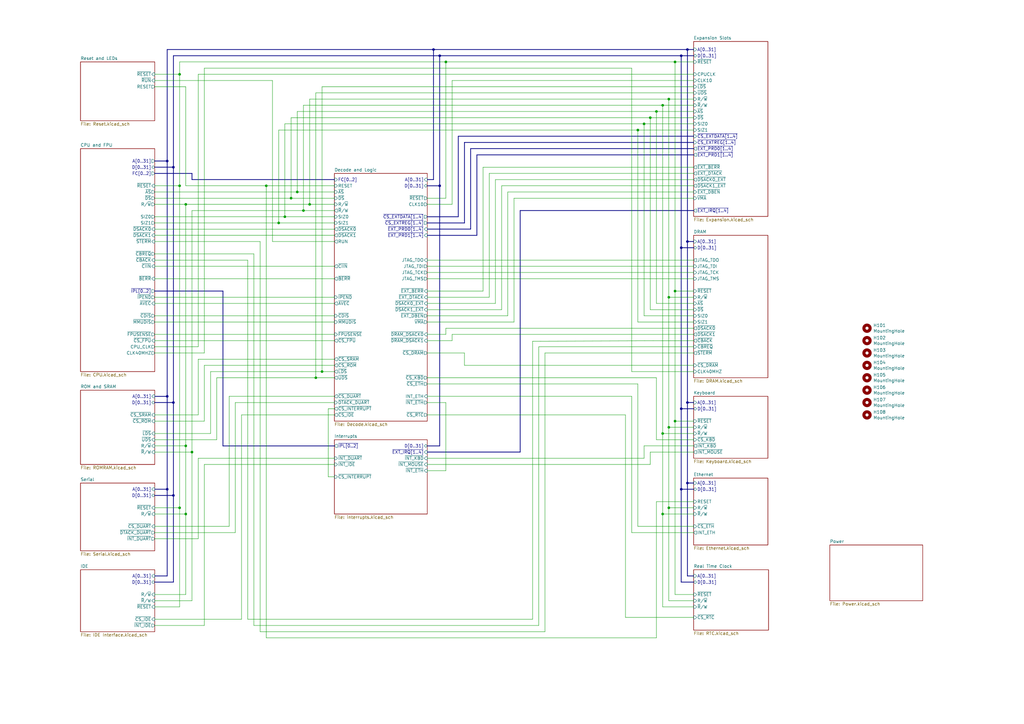
<source format=kicad_sch>
(kicad_sch (version 20211123) (generator eeschema)
  (paper "A3")
  (title_block (title "Y Ddraig Fawr") (company "Stephen Moody"))
  (lib_symbols
    (symbol "Mechanical:MountingHole" (pin_names (offset 1.016))
      (property "Reference" "H" (at 0 5.08 0))
      (property "Value" "MountingHole" (at 0 3.175 0))
      (symbol "MountingHole_0_1"
        (circle (center 0 0) (radius 1.27) (stroke (width 1.27)))
      )
    )
  )
  (junction (at 269.24 45.72))
  (junction (at 279.4 200.66))
  (junction (at 274.32 208.28))
  (junction (at 121.92 78.74))
  (junction (at 71.12 165.1))
  (junction (at 274.32 40.64))
  (junction (at 109.22 76.2))
  (junction (at 116.84 88.9))
  (junction (at 76.2 210.82))
  (junction (at 261.62 53.34))
  (junction (at 271.78 43.18))
  (junction (at 281.94 198.12))
  (junction (at 279.4 22.86))
  (junction (at 271.78 210.82))
  (junction (at 129.54 154.94))
  (junction (at 271.78 177.8))
  (junction (at 281.94 99.06))
  (junction (at 68.58 162.56))
  (junction (at 78.74 185.42))
  (junction (at 73.66 208.28))
  (junction (at 71.12 203.2))
  (junction (at 279.4 167.64))
  (junction (at 119.38 81.28))
  (junction (at 281.94 20.32))
  (junction (at 114.3 91.44))
  (junction (at 68.58 66.04))
  (junction (at 182.88 25.4))
  (junction (at 281.94 165.1))
  (junction (at 76.2 182.88))
  (junction (at 73.66 76.2))
  (junction (at 180.34 22.86))
  (junction (at 180.34 76.2))
  (junction (at 71.12 68.58))
  (junction (at 264.16 50.8))
  (junction (at 127 83.82))
  (junction (at 274.32 121.92))
  (junction (at 274.32 175.26))
  (junction (at 279.4 101.6))
  (junction (at 177.8 20.32))
  (junction (at 68.58 200.66))
  (junction (at 276.86 119.38))
  (junction (at 76.2 83.82))
  (junction (at 266.7 48.26))
  (junction (at 73.66 30.48))
  (junction (at 124.46 86.36))
  (junction (at 132.08 152.4))
  (junction (at 276.86 25.4))
  (junction (at 276.86 172.72))
  (wire (pts (xy 205.74 76.2) (xy 205.74 127)))
  (wire (pts (xy 182.88 193.04) (xy 175.26 193.04)))
  (wire (pts (xy 106.68 259.08) (xy 106.68 99.06)))
  (wire (pts (xy 73.66 208.28) (xy 73.66 248.92)))
  (wire (pts (xy 271.78 177.8) (xy 271.78 210.82)))
  (wire (pts (xy 96.52 218.44) (xy 96.52 165.1)))
  (bus (pts (xy 281.94 165.1) (xy 281.94 198.12)))
  (bus (pts (xy 284.48 60.96) (xy 193.04 60.96)))
  (wire (pts (xy 76.2 35.56) (xy 63.5 35.56)))
  (wire (pts (xy 63.5 129.54) (xy 137.16 129.54)))
  (wire (pts (xy 86.36 152.4) (xy 86.36 177.8)))
  (wire (pts (xy 137.16 152.4) (xy 132.08 152.4)))
  (wire (pts (xy 208.28 129.54) (xy 208.28 78.74)))
  (bus (pts (xy 180.34 22.86) (xy 180.34 76.2)))
  (wire (pts (xy 83.82 144.78) (xy 83.82 27.94)))
  (bus (pts (xy 279.4 200.66) (xy 284.48 200.66)))
  (wire (pts (xy 269.24 205.74) (xy 284.48 205.74)))
  (wire (pts (xy 114.3 91.44) (xy 137.414 91.44)))
  (bus (pts (xy 175.26 76.2) (xy 180.34 76.2)))
  (bus (pts (xy 175.26 182.88) (xy 180.34 182.88)))
  (bus (pts (xy 279.4 22.86) (xy 180.34 22.86)))
  (wire (pts (xy 185.42 83.82) (xy 185.42 33.02)))
  (wire (pts (xy 175.26 170.18) (xy 256.54 170.18)))
  (wire (pts (xy 256.54 170.18) (xy 256.54 253.238)))
  (wire (pts (xy 271.78 43.18) (xy 271.78 177.8)))
  (bus (pts (xy 195.58 63.5) (xy 284.48 63.5)))
  (wire (pts (xy 93.98 215.9) (xy 63.5 215.9)))
  (wire (pts (xy 276.86 243.84) (xy 284.48 243.84)))
  (bus (pts (xy 281.94 198.12) (xy 284.48 198.12)))
  (wire (pts (xy 175.26 111.76) (xy 284.48 111.76)))
  (bus (pts (xy 279.4 101.6) (xy 284.48 101.6)))
  (wire (pts (xy 63.5 76.2) (xy 73.66 76.2)))
  (wire (pts (xy 63.5 177.8) (xy 86.36 177.8)))
  (wire (pts (xy 210.82 132.08) (xy 175.26 132.08)))
  (wire (pts (xy 182.88 165.1) (xy 182.88 193.04)))
  (wire (pts (xy 63.5 254) (xy 99.06 254)))
  (wire (pts (xy 83.82 190.5) (xy 137.16 190.5)))
  (wire (pts (xy 63.5 78.74) (xy 121.92 78.74)))
  (wire (pts (xy 63.5 142.24) (xy 81.28 142.24)))
  (wire (pts (xy 132.08 35.56) (xy 132.08 152.4)))
  (wire (pts (xy 269.24 45.72) (xy 121.92 45.72)))
  (wire (pts (xy 271.78 210.82) (xy 271.78 248.92)))
  (bus (pts (xy 175.26 96.52) (xy 195.58 96.52)))
  (wire (pts (xy 271.78 43.18) (xy 284.48 43.18)))
  (wire (pts (xy 63.5 218.44) (xy 96.52 218.44)))
  (bus (pts (xy 190.5 58.42) (xy 190.5 91.44)))
  (wire (pts (xy 198.12 119.38) (xy 175.26 119.38)))
  (bus (pts (xy 63.5 165.1) (xy 71.12 165.1)))
  (wire (pts (xy 276.86 25.4) (xy 276.86 119.38)))
  (wire (pts (xy 73.66 76.2) (xy 73.66 208.28)))
  (wire (pts (xy 284.48 134.62) (xy 182.88 134.62)))
  (wire (pts (xy 264.16 187.96) (xy 264.16 182.88)))
  (wire (pts (xy 114.3 53.34) (xy 261.62 53.34)))
  (bus (pts (xy 195.58 63.5) (xy 195.58 96.52)))
  (wire (pts (xy 134.62 167.64) (xy 137.16 167.64)))
  (bus (pts (xy 281.94 20.32) (xy 281.94 99.06)))
  (wire (pts (xy 96.52 165.1) (xy 137.16 165.1)))
  (wire (pts (xy 83.82 149.86) (xy 137.16 149.86)))
  (wire (pts (xy 190.5 149.86) (xy 284.48 149.86)))
  (wire (pts (xy 109.22 261.62) (xy 269.24 261.62)))
  (wire (pts (xy 284.48 132.08) (xy 261.62 132.08)))
  (wire (pts (xy 76.2 182.88) (xy 76.2 210.82)))
  (wire (pts (xy 182.88 134.62) (xy 182.88 137.16)))
  (wire (pts (xy 264.16 50.8) (xy 264.16 129.54)))
  (wire (pts (xy 116.84 88.9) (xy 137.414 88.9)))
  (wire (pts (xy 114.3 91.44) (xy 114.3 53.34)))
  (wire (pts (xy 274.32 121.92) (xy 274.32 175.26)))
  (wire (pts (xy 175.26 114.3) (xy 284.48 114.3)))
  (wire (pts (xy 63.5 132.08) (xy 137.16 132.08)))
  (wire (pts (xy 276.86 172.72) (xy 276.86 243.84)))
  (wire (pts (xy 276.86 25.4) (xy 284.48 25.4)))
  (wire (pts (xy 63.5 256.54) (xy 83.82 256.54)))
  (bus (pts (xy 193.04 60.96) (xy 193.04 93.98)))
  (bus (pts (xy 68.58 66.04) (xy 68.58 20.32)))
  (wire (pts (xy 63.5 96.52) (xy 137.16 96.52)))
  (wire (pts (xy 182.88 25.4) (xy 182.88 81.28)))
  (wire (pts (xy 63.5 182.88) (xy 76.2 182.88)))
  (wire (pts (xy 175.26 154.94) (xy 269.24 154.94)))
  (wire (pts (xy 81.28 220.98) (xy 63.5 220.98)))
  (wire (pts (xy 198.12 68.58) (xy 198.12 119.38)))
  (wire (pts (xy 271.78 177.8) (xy 284.48 177.8)))
  (wire (pts (xy 83.82 27.94) (xy 259.08 27.94)))
  (wire (pts (xy 81.28 147.32) (xy 137.16 147.32)))
  (wire (pts (xy 274.32 40.64) (xy 274.32 121.92)))
  (wire (pts (xy 109.22 76.2) (xy 109.22 261.62)))
  (wire (pts (xy 200.66 121.92) (xy 200.66 71.12)))
  (bus (pts (xy 190.5 58.42) (xy 284.48 58.42)))
  (wire (pts (xy 175.26 187.96) (xy 264.16 187.96)))
  (wire (pts (xy 185.42 139.7) (xy 185.42 137.16)))
  (wire (pts (xy 200.66 71.12) (xy 284.48 71.12)))
  (wire (pts (xy 63.5 121.92) (xy 137.16 121.92)))
  (wire (pts (xy 137.16 86.36) (xy 124.46 86.36)))
  (wire (pts (xy 63.5 144.78) (xy 83.82 144.78)))
  (wire (pts (xy 276.86 119.38) (xy 276.86 172.72)))
  (wire (pts (xy 124.46 43.18) (xy 271.78 43.18)))
  (wire (pts (xy 63.5 137.16) (xy 137.16 137.16)))
  (bus (pts (xy 63.5 200.66) (xy 68.58 200.66)))
  (wire (pts (xy 175.26 124.46) (xy 203.2 124.46)))
  (wire (pts (xy 284.48 185.42) (xy 266.7 185.42)))
  (wire (pts (xy 137.16 195.58) (xy 134.62 195.58)))
  (wire (pts (xy 101.6 106.68) (xy 101.6 254)))
  (wire (pts (xy 269.24 154.94) (xy 269.24 180.34)))
  (wire (pts (xy 93.98 162.56) (xy 93.98 215.9)))
  (wire (pts (xy 274.32 121.92) (xy 284.48 121.92)))
  (wire (pts (xy 259.08 27.94) (xy 259.08 152.4)))
  (wire (pts (xy 73.66 25.4) (xy 182.88 25.4)))
  (wire (pts (xy 175.26 157.48) (xy 261.62 157.48)))
  (bus (pts (xy 175.26 73.66) (xy 177.8 73.66)))
  (wire (pts (xy 266.7 190.5) (xy 175.26 190.5)))
  (wire (pts (xy 109.22 76.2) (xy 76.2 76.2)))
  (bus (pts (xy 78.74 73.66) (xy 78.74 71.12)))
  (wire (pts (xy 284.48 68.58) (xy 198.12 68.58)))
  (bus (pts (xy 281.94 99.06) (xy 281.94 165.1)))
  (bus (pts (xy 281.94 165.1) (xy 284.48 165.1)))
  (bus (pts (xy 187.96 88.9) (xy 175.26 88.9)))
  (bus (pts (xy 284.48 22.86) (xy 279.4 22.86)))
  (wire (pts (xy 76.2 83.82) (xy 76.2 182.88)))
  (bus (pts (xy 71.12 68.58) (xy 63.5 68.58)))
  (wire (pts (xy 175.26 165.1) (xy 182.88 165.1)))
  (wire (pts (xy 264.16 129.54) (xy 284.48 129.54)))
  (bus (pts (xy 279.4 167.64) (xy 279.4 200.66)))
  (wire (pts (xy 284.48 76.2) (xy 205.74 76.2)))
  (wire (pts (xy 137.16 170.18) (xy 99.06 170.18)))
  (wire (pts (xy 134.62 167.64) (xy 134.62 195.58)))
  (wire (pts (xy 284.48 50.8) (xy 264.16 50.8)))
  (wire (pts (xy 220.98 256.54) (xy 104.14 256.54)))
  (wire (pts (xy 274.32 40.64) (xy 127 40.64)))
  (wire (pts (xy 99.06 170.18) (xy 99.06 254)))
  (wire (pts (xy 185.42 33.02) (xy 284.48 33.02)))
  (wire (pts (xy 116.84 50.8) (xy 116.84 88.9)))
  (wire (pts (xy 175.26 83.82) (xy 185.42 83.82)))
  (bus (pts (xy 63.5 66.04) (xy 68.58 66.04)))
  (wire (pts (xy 284.48 142.24) (xy 220.98 142.24)))
  (wire (pts (xy 88.9 180.34) (xy 88.9 154.94)))
  (wire (pts (xy 63.5 185.42) (xy 78.74 185.42)))
  (wire (pts (xy 264.16 182.88) (xy 284.48 182.88)))
  (bus (pts (xy 91.44 119.38) (xy 91.44 182.88)))
  (bus (pts (xy 213.36 185.42) (xy 213.36 86.36)))
  (wire (pts (xy 175.26 139.7) (xy 185.42 139.7)))
  (wire (pts (xy 284.48 40.64) (xy 274.32 40.64)))
  (wire (pts (xy 63.5 109.22) (xy 137.16 109.22)))
  (wire (pts (xy 261.62 53.34) (xy 284.48 53.34)))
  (bus (pts (xy 284.48 238.76) (xy 279.4 238.76)))
  (bus (pts (xy 279.4 200.66) (xy 279.4 238.76)))
  (bus (pts (xy 68.58 236.22) (xy 63.5 236.22)))
  (bus (pts (xy 63.5 119.38) (xy 91.44 119.38)))
  (bus (pts (xy 71.12 165.1) (xy 71.12 203.2)))
  (wire (pts (xy 78.74 86.36) (xy 78.74 185.42)))
  (wire (pts (xy 76.2 210.82) (xy 76.2 243.84)))
  (bus (pts (xy 68.58 162.56) (xy 63.5 162.56)))
  (wire (pts (xy 63.5 124.46) (xy 137.16 124.46)))
  (wire (pts (xy 266.7 48.26) (xy 284.48 48.26)))
  (bus (pts (xy 281.94 20.32) (xy 284.48 20.32)))
  (wire (pts (xy 276.86 172.72) (xy 284.48 172.72)))
  (wire (pts (xy 63.5 91.44) (xy 114.3 91.44)))
  (bus (pts (xy 180.34 76.2) (xy 180.34 182.88)))
  (wire (pts (xy 127 40.64) (xy 127 83.82)))
  (wire (pts (xy 73.66 30.48) (xy 73.66 25.4)))
  (wire (pts (xy 132.08 152.4) (xy 86.36 152.4)))
  (wire (pts (xy 223.52 259.08) (xy 106.68 259.08)))
  (wire (pts (xy 81.28 30.48) (xy 284.48 30.48)))
  (bus (pts (xy 63.5 203.2) (xy 71.12 203.2)))
  (wire (pts (xy 261.62 215.9) (xy 284.48 215.9)))
  (wire (pts (xy 203.2 124.46) (xy 203.2 73.66)))
  (wire (pts (xy 274.32 175.26) (xy 274.32 208.28)))
  (wire (pts (xy 81.28 142.24) (xy 81.28 30.48)))
  (wire (pts (xy 269.24 45.72) (xy 269.24 124.46)))
  (wire (pts (xy 106.68 99.06) (xy 63.5 99.06)))
  (wire (pts (xy 185.42 137.16) (xy 284.48 137.16)))
  (bus (pts (xy 281.94 198.12) (xy 281.94 236.22)))
  (wire (pts (xy 190.5 144.78) (xy 190.5 149.86)))
  (wire (pts (xy 175.26 144.78) (xy 190.5 144.78)))
  (wire (pts (xy 218.44 139.954) (xy 218.44 254)))
  (bus (pts (xy 68.58 66.04) (xy 68.58 162.56)))
  (bus (pts (xy 193.04 93.98) (xy 175.26 93.98)))
  (bus (pts (xy 281.94 99.06) (xy 284.48 99.06)))
  (wire (pts (xy 261.62 157.48) (xy 261.62 215.9)))
  (bus (pts (xy 175.26 91.44) (xy 190.5 91.44)))
  (wire (pts (xy 284.48 248.92) (xy 271.78 248.92)))
  (bus (pts (xy 279.4 167.64) (xy 284.48 167.64)))
  (wire (pts (xy 83.82 172.72) (xy 83.82 149.86)))
  (wire (pts (xy 119.38 81.28) (xy 119.38 48.26)))
  (bus (pts (xy 281.94 236.22) (xy 284.48 236.22)))
  (wire (pts (xy 111.76 99.06) (xy 111.76 33.02)))
  (wire (pts (xy 284.48 139.7) (xy 218.44 139.954)))
  (wire (pts (xy 259.08 162.56) (xy 259.08 218.44)))
  (wire (pts (xy 104.14 104.14) (xy 63.5 104.14)))
  (wire (pts (xy 137.16 76.2) (xy 109.22 76.2)))
  (wire (pts (xy 223.52 144.78) (xy 223.52 259.08)))
  (bus (pts (xy 213.36 86.36) (xy 284.48 86.36)))
  (wire (pts (xy 284.48 127) (xy 266.7 127)))
  (bus (pts (xy 279.4 22.86) (xy 279.4 101.6)))
  (wire (pts (xy 76.2 76.2) (xy 76.2 35.56)))
  (wire (pts (xy 63.5 30.48) (xy 73.66 30.48)))
  (wire (pts (xy 210.82 81.28) (xy 210.82 132.08)))
  (bus (pts (xy 68.58 200.66) (xy 68.58 236.22)))
  (wire (pts (xy 137.16 99.06) (xy 111.76 99.06)))
  (wire (pts (xy 274.32 208.28) (xy 274.32 246.38)))
  (wire (pts (xy 63.5 93.98) (xy 137.16 93.98)))
  (bus (pts (xy 284.48 55.88) (xy 187.96 55.88)))
  (wire (pts (xy 119.38 81.28) (xy 137.16 81.28)))
  (bus (pts (xy 279.4 101.6) (xy 279.4 167.64)))
  (wire (pts (xy 73.66 76.2) (xy 73.66 30.48)))
  (wire (pts (xy 269.24 261.62) (xy 269.24 205.74)))
  (wire (pts (xy 203.2 73.66) (xy 284.48 73.66)))
  (wire (pts (xy 175.26 81.28) (xy 182.88 81.28)))
  (wire (pts (xy 63.5 114.3) (xy 137.16 114.3)))
  (bus (pts (xy 71.12 68.58) (xy 71.12 165.1)))
  (bus (pts (xy 71.12 22.86) (xy 71.12 68.58)))
  (wire (pts (xy 261.62 53.34) (xy 261.62 132.08)))
  (wire (pts (xy 119.38 48.26) (xy 266.7 48.26)))
  (wire (pts (xy 63.5 248.92) (xy 73.66 248.92)))
  (wire (pts (xy 218.44 254) (xy 101.6 254)))
  (wire (pts (xy 127 83.82) (xy 137.16 83.82)))
  (wire (pts (xy 137.16 162.56) (xy 93.98 162.56)))
  (wire (pts (xy 63.5 172.72) (xy 83.82 172.72)))
  (wire (pts (xy 76.2 243.84) (xy 63.5 243.84)))
  (wire (pts (xy 63.5 88.9) (xy 116.84 88.9)))
  (wire (pts (xy 137.16 187.96) (xy 81.28 187.96)))
  (wire (pts (xy 269.24 124.46) (xy 284.48 124.46)))
  (wire (pts (xy 259.08 162.56) (xy 175.26 162.56)))
  (wire (pts (xy 88.9 154.94) (xy 129.54 154.94)))
  (wire (pts (xy 175.26 129.54) (xy 208.28 129.54)))
  (wire (pts (xy 284.48 45.72) (xy 269.24 45.72)))
  (wire (pts (xy 274.32 175.26) (xy 284.48 175.26)))
  (wire (pts (xy 63.5 83.82) (xy 76.2 83.82)))
  (bus (pts (xy 180.34 22.86) (xy 71.12 22.86)))
  (wire (pts (xy 284.48 81.28) (xy 210.82 81.28)))
  (bus (pts (xy 187.96 55.88) (xy 187.96 88.9)))
  (wire (pts (xy 63.5 106.68) (xy 101.6 106.68)))
  (wire (pts (xy 63.5 139.7) (xy 137.16 139.7)))
  (wire (pts (xy 129.54 154.94) (xy 137.16 154.94)))
  (wire (pts (xy 208.28 78.74) (xy 284.48 78.74)))
  (wire (pts (xy 63.5 210.82) (xy 76.2 210.82)))
  (bus (pts (xy 63.5 71.12) (xy 78.74 71.12)))
  (wire (pts (xy 271.78 210.82) (xy 284.48 210.82)))
  (bus (pts (xy 91.44 182.88) (xy 137.16 182.88)))
  (wire (pts (xy 81.28 187.96) (xy 81.28 220.98)))
  (wire (pts (xy 121.92 45.72) (xy 121.92 78.74)))
  (wire (pts (xy 63.5 180.34) (xy 88.9 180.34)))
  (wire (pts (xy 182.88 25.4) (xy 276.86 25.4)))
  (wire (pts (xy 256.54 253.238) (xy 284.48 253.238)))
  (wire (pts (xy 124.46 86.36) (xy 124.46 43.18)))
  (wire (pts (xy 63.5 81.28) (xy 119.38 81.28)))
  (wire (pts (xy 104.14 256.54) (xy 104.14 104.14)))
  (bus (pts (xy 71.12 238.76) (xy 63.5 238.76)))
  (wire (pts (xy 175.26 106.68) (xy 284.48 106.68)))
  (wire (pts (xy 124.46 86.36) (xy 78.74 86.36)))
  (bus (pts (xy 78.74 73.66) (xy 137.16 73.66)))
  (wire (pts (xy 220.98 142.24) (xy 220.98 256.54)))
  (bus (pts (xy 68.58 20.32) (xy 177.8 20.32)))
  (wire (pts (xy 276.86 119.38) (xy 284.48 119.38)))
  (wire (pts (xy 81.28 170.18) (xy 63.5 170.18)))
  (wire (pts (xy 78.74 185.42) (xy 78.74 246.38)))
  (bus (pts (xy 177.8 20.32) (xy 177.8 73.66)))
  (wire (pts (xy 205.74 127) (xy 175.26 127)))
  (wire (pts (xy 266.7 48.26) (xy 266.7 127)))
  (wire (pts (xy 83.82 256.54) (xy 83.82 190.5)))
  (wire (pts (xy 264.16 50.8) (xy 116.84 50.8)))
  (wire (pts (xy 284.48 144.78) (xy 223.52 144.78)))
  (wire (pts (xy 111.76 33.02) (xy 63.5 33.02)))
  (wire (pts (xy 284.48 218.44) (xy 259.08 218.44)))
  (wire (pts (xy 129.54 154.94) (xy 129.54 38.1)))
  (wire (pts (xy 129.54 38.1) (xy 284.48 38.1)))
  (wire (pts (xy 175.26 109.22) (xy 284.48 109.22)))
  (bus (pts (xy 68.58 162.56) (xy 68.58 200.66)))
  (wire (pts (xy 175.26 121.92) (xy 200.66 121.92)))
  (wire (pts (xy 269.24 180.34) (xy 284.48 180.34)))
  (bus (pts (xy 71.12 203.2) (xy 71.12 238.76)))
  (bus (pts (xy 175.26 185.42) (xy 213.36 185.42)))
  (wire (pts (xy 132.08 35.56) (xy 284.48 35.56)))
  (wire (pts (xy 274.32 246.38) (xy 284.48 246.38)))
  (wire (pts (xy 76.2 83.82) (xy 127 83.82)))
  (wire (pts (xy 78.74 246.38) (xy 63.5 246.38)))
  (bus (pts (xy 177.8 20.32) (xy 281.94 20.32)))
  (wire (pts (xy 182.88 137.16) (xy 175.26 137.16)))
  (wire (pts (xy 121.92 78.74) (xy 137.16 78.74)))
  (wire (pts (xy 266.7 185.42) (xy 266.7 190.5)))
  (wire (pts (xy 63.5 208.28) (xy 73.66 208.28)))
  (wire (pts (xy 81.28 147.32) (xy 81.28 170.18)))
  (wire (pts (xy 259.08 152.4) (xy 284.48 152.4)))
  (wire (pts (xy 274.32 208.28) (xy 284.48 208.28)))
  (symbol (lib_id "Mechanical:MountingHole") (at 355.6 139.7 0) (unit 1)
    (property "Reference" "H102" (at 358.14 138.5316 0) (effects (justify left)))
    (property "Value" "MountingHole" (at 358.14 140.843 0) (effects (justify left)))
    (property "Footprint" "MountingHole:MountingHole_4.3mm_M4" (effects hide))
  )
  (symbol (lib_id "Mechanical:MountingHole") (at 355.6 165.1 0) (unit 1)
    (property "Reference" "H107" (at 358.14 163.9316 0) (effects (justify left)))
    (property "Value" "MountingHole" (at 358.14 166.243 0) (effects (justify left)))
    (property "Footprint" "MountingHole:MountingHole_4.3mm_M4" (effects hide))
  )
  (symbol (lib_id "Mechanical:MountingHole") (at 355.6 170.18 0) (unit 1)
    (property "Reference" "H108" (at 358.14 169.0116 0) (effects (justify left)))
    (property "Value" "MountingHole" (at 358.14 171.323 0) (effects (justify left)))
    (property "Footprint" "MountingHole:MountingHole_4.3mm_M4" (effects hide))
  )
  (symbol (lib_id "Mechanical:MountingHole") (at 355.6 134.62 0) (unit 1)
    (property "Reference" "H101" (at 358.14 133.4516 0) (effects (justify left)))
    (property "Value" "MountingHole" (at 358.14 135.763 0) (effects (justify left)))
    (property "Footprint" "MountingHole:MountingHole_4.3mm_M4" (effects hide))
  )
  (symbol (lib_id "Mechanical:MountingHole") (at 355.6 154.94 0) (unit 1)
    (property "Reference" "H105" (at 358.14 153.7716 0) (effects (justify left)))
    (property "Value" "MountingHole" (at 358.14 156.083 0) (effects (justify left)))
    (property "Footprint" "MountingHole:MountingHole_4.3mm_M4" (effects hide))
  )
  (symbol (lib_id "Mechanical:MountingHole") (at 355.6 149.86 0) (unit 1)
    (property "Reference" "H104" (at 358.14 148.6916 0) (effects (justify left)))
    (property "Value" "MountingHole" (at 358.14 151.003 0) (effects (justify left)))
    (property "Footprint" "MountingHole:MountingHole_4.3mm_M4" (effects hide))
  )
  (symbol (lib_id "Mechanical:MountingHole") (at 355.6 144.78 0) (unit 1)
    (property "Reference" "H103" (at 358.14 143.6116 0) (effects (justify left)))
    (property "Value" "MountingHole" (at 358.14 145.923 0) (effects (justify left)))
    (property "Footprint" "MountingHole:MountingHole_4.3mm_M4" (effects hide))
  )
  (symbol (lib_id "Mechanical:MountingHole") (at 355.6 160.02 0) (unit 1)
    (property "Reference" "H106" (at 358.14 158.8516 0) (effects (justify left)))
    (property "Value" "MountingHole" (at 358.14 161.163 0) (effects (justify left)))
    (property "Footprint" "MountingHole:MountingHole_4.3mm_M4" (effects hide))
  )
  (sheet (at 284.48 96.52) (size 30.48 58.42)
    (property "Sheet name" "DRAM" (at 284.48 95.8084 0) (effects (justify left bottom)))
    (property "Sheet file" "DRAM.kicad_sch" (at 284.48 155.5246 0) (effects (justify left top)))
    (pin "~{CS_DRAM}" input (at 284.48 149.86 180))
    (pin "SIZ1" input (at 284.48 132.08 180))
    (pin "SIZ0" input (at 284.48 129.54 180))
    (pin "~{DSACK1}" output (at 284.48 137.16 180))
    (pin "~{DSACK0}" output (at 284.48 134.62 180))
    (pin "~{CBACK}" output (at 284.48 139.7 180))
    (pin "~{DS}" input (at 284.48 127 180))
    (pin "~{STERM}" output (at 284.48 144.78 180))
    (pin "~{RESET}" input (at 284.48 119.38 180))
    (pin "~{AS}" input (at 284.48 124.46 180))
    (pin "~{CBREQ}" input (at 284.48 142.24 180))
    (pin "R{slash}~{W}" input (at 284.48 121.92 180))
    (pin "D[0..31]" bidirectional (at 284.48 101.6 180))
    (pin "JTAG_TMS" input (at 284.48 114.3 180))
    (pin "JTAG_TCK" input (at 284.48 111.76 180))
    (pin "JTAG_TDI" input (at 284.48 109.22 180))
    (pin "JTAG_TDO" output (at 284.48 106.68 180))
    (pin "CLK40MHZ" input (at 284.48 152.4 180))
    (pin "A[0..31]" input (at 284.48 99.06 180))
  )
  (sheet (at 33.02 60.96) (size 30.48 91.44)
    (property "Sheet name" "CPU and FPU" (at 33.02 60.2484 0) (effects (justify left bottom)))
    (property "Sheet file" "CPU.kicad_sch" (at 33.02 152.9846 0) (effects (justify left top)))
    (pin "D[0..31]" bidirectional (at 63.5 68.58 0))
    (pin "~{FPUSENSE}" output (at 63.5 137.16 0))
    (pin "~{CS_FPU}" input (at 63.5 139.7 0))
    (pin "FC[0..2]" output (at 63.5 71.12 0))
    (pin "~{AS}" output (at 63.5 78.74 0))
    (pin "~{DSACK1}" input (at 63.5 96.52 0))
    (pin "~{STERM}" input (at 63.5 99.06 0))
    (pin "~{DSACK0}" input (at 63.5 93.98 0))
    (pin "~{BERR}" input (at 63.5 114.3 0))
    (pin "~{DS}" output (at 63.5 81.28 0))
    (pin "~{RESET}" input (at 63.5 76.2 0))
    (pin "SIZ0" output (at 63.5 88.9 0))
    (pin "SIZ1" output (at 63.5 91.44 0))
    (pin "A[0..31]" output (at 63.5 66.04 0))
    (pin "~{CBREQ}" output (at 63.5 104.14 0))
    (pin "~{CIIN}" input (at 63.5 109.22 0))
    (pin "~{CDIS}" output (at 63.5 129.54 0))
    (pin "~{MMUDIS}" output (at 63.5 132.08 0))
    (pin "~{IPL[0..2]}" output (at 63.5 119.38 0))
    (pin "R{slash}~{W}" output (at 63.5 83.82 0))
    (pin "~{IPEND}" output (at 63.5 121.92 0))
    (pin "~{AVEC}" input (at 63.5 124.46 0))
    (pin "~{CBACK}" input (at 63.5 106.68 0))
    (pin "CPU_CLK" output (at 63.5 142.24 0))
    (pin "CLK40MHZ" output (at 63.5 144.78 0))
  )
  (sheet (at 284.48 17.018) (size 30.48 71.755)
    (property "Sheet name" "Expansion Slots" (at 284.48 16.3064 0) (effects (justify left bottom)))
    (property "Sheet file" "Expansion.kicad_sch" (at 284.48 89.3576 0) (effects (justify left top)))
    (pin "~{EXT_BERR}" output (at 284.48 68.58 180))
    (pin "~{EXT_DTACK}" output (at 284.48 71.12 180))
    (pin "~{DSACK1_EXT}" output (at 284.48 76.2 180))
    (pin "~{DSACK0_EXT}" output (at 284.48 73.66 180))
    (pin "~{VMA}" input (at 284.48 81.28 180))
    (pin "CLK10" input (at 284.48 33.02 180))
    (pin "CPUCLK" input (at 284.48 30.48 180))
    (pin "~{UDS}" input (at 284.48 38.1 180))
    (pin "~{EXT_DBEN}" input (at 284.48 78.74 180))
    (pin "D[0..31]" bidirectional (at 284.48 22.86 180))
    (pin "~{AS}" input (at 284.48 45.72 180))
    (pin "SIZ1" input (at 284.48 53.34 180))
    (pin "SIZ0" input (at 284.48 50.8 180))
    (pin "A[0..31]" input (at 284.48 20.32 180))
    (pin "~{LDS}" input (at 284.48 35.56 180))
    (pin "~{RESET}" input (at 284.48 25.4 180))
    (pin "R{slash}~{W}" input (at 284.48 40.64 180))
    (pin "~{DS}" input (at 284.48 48.26 180))
    (pin "~{R}{slash}W" input (at 284.48 43.18 180))
    (pin "~{EXT_IRQ[1..4]}" output (at 284.48 86.36 180))
    (pin "~{CS_EXTDATA[1..4]}" input (at 284.48 55.88 180))
    (pin "~{CS_EXTREG[1..4]}" input (at 284.48 58.42 180))
    (pin "~{EXT_PRD1[1..4]}" output (at 284.48 63.5 180))
    (pin "~{EXT_PRD0[1..4]}" output (at 284.48 60.96 180))
  )
  (sheet (at 340.36 223.52) (size 38.1 22.86)
    (property "Sheet name" "Power" (at 340.36 222.8084 0) (effects (justify left bottom)))
    (property "Sheet file" "Power.kicad_sch" (at 340.36 246.9646 0) (effects (justify left top)))
  )
  (sheet (at 137.16 71.12) (size 38.1 101.6)
    (property "Sheet name" "Decode and Logic" (at 137.16 70.4084 0) (effects (justify left bottom)))
    (property "Sheet file" "Decode.kicad_sch" (at 137.16 173.3046 0) (effects (justify left top)))
    (pin "CLK10" output (at 175.26 83.82 0))
    (pin "FC[0..2]" input (at 137.16 73.66 180))
    (pin "~{DTACK_DUART}" input (at 137.16 165.1 180))
    (pin "~{EXT_DTACK}" input (at 175.26 121.92 0))
    (pin "~{EXT_BERR}" input (at 175.26 119.38 0))
    (pin "~{EXT_DBEN}" output (at 175.26 129.54 0))
    (pin "RESET" input (at 137.16 76.2 180))
    (pin "~{DSACK1_EXT}" input (at 175.26 127 0))
    (pin "~{DRAM_DSACK0}" input (at 175.26 137.16 0))
    (pin "~{DSACK0_EXT}" input (at 175.26 124.46 0))
    (pin "~{DRAM_DSACK1}" input (at 175.26 139.7 0))
    (pin "~{DS}" input (at 137.16 81.28 180))
    (pin "~{BERR}" output (at 137.16 114.3 180))
    (pin "~{UDS}" output (at 137.16 154.94 180))
    (pin "D[0..31]" bidirectional (at 175.26 76.2 0))
    (pin "~{CS_EXTDATA[1..4]}" output (at 175.26 88.9 0))
    (pin "~{CS_EXTREG[1..4]}" output (at 175.26 91.44 0))
    (pin "~{DSACK0}" output (at 137.16 93.98 180))
    (pin "~{DSACK1}" output (at 137.16 96.52 180))
    (pin "~{EXT_PRD0[1..4]}" input (at 175.26 93.98 0))
    (pin "~{EXT_PRD1[1..4]}" input (at 175.26 96.52 0))
    (pin "~{CS_FPU}" output (at 137.16 139.7 180))
    (pin "JTAG_TDI" output (at 175.26 109.22 0))
    (pin "~{CS_SRAM}" output (at 137.16 147.32 180))
    (pin "~{CS_ROM}" output (at 137.16 149.86 180))
    (pin "~{CS_DRAM}" output (at 175.26 144.78 0))
    (pin "SIZ1" input (at 137.16 91.44 180))
    (pin "SIZ0" input (at 137.16 88.9 180))
    (pin "~{LDS}" output (at 137.16 152.4 180))
    (pin "~{RESET}" output (at 175.26 81.28 0))
    (pin "JTAG_TCK" output (at 175.26 111.76 0))
    (pin "JTAG_TDO" input (at 175.26 106.68 0))
    (pin "JTAG_TMS" output (at 175.26 114.3 0))
    (pin "A[0..31]" input (at 175.26 73.66 0))
    (pin "~{CIIN}" output (at 137.16 109.22 180))
    (pin "~{CS_KBD}" output (at 175.26 154.94 0))
    (pin "~{CS_IDE}" output (at 137.16 170.18 180))
    (pin "~{CS_ETH}" output (at 175.26 157.48 0))
    (pin "~{CS_DUART}" output (at 137.16 162.56 180))
    (pin "~{CS_INTERRUPT}" output (at 137.16 167.64 180))
    (pin "~{CS_RTC}" output (at 175.26 170.18 0))
    (pin "~{AS}" input (at 137.16 78.74 180))
    (pin "~{FPUSENSE}" input (at 137.16 137.16 180))
    (pin "R{slash}~{W}" input (at 137.16 83.82 180))
    (pin "~{R}{slash}W" output (at 137.16 86.36 180))
    (pin "~{CDIS}" input (at 137.16 129.54 180))
    (pin "~{MMUDIS}" input (at 137.16 132.08 180))
    (pin "~{IPEND}" input (at 137.16 121.92 180))
    (pin "~{AVEC}" output (at 137.16 124.46 180))
    (pin "~{VMA}" output (at 175.26 132.08 0))
    (pin "RUN" output (at 137.16 99.06 180))
    (pin "INT_ETH" input (at 175.26 162.56 0))
    (pin "~{INT_ETH}" output (at 175.26 165.1 0))
  )
  (sheet (at 284.48 196.088) (size 30.48 27.432)
    (property "Sheet name" "Ethernet" (at 284.48 195.3764 0) (effects (justify left bottom)))
    (property "Sheet file" "Ethernet.kicad_sch" (at 284.48 224.1046 0) (effects (justify left top)))
    (pin "D[0..31]" bidirectional (at 284.48 200.66 180))
    (pin "A[0..31]" input (at 284.48 198.12 180))
    (pin "RESET" input (at 284.48 205.74 180))
    (pin "R{slash}~{W}" input (at 284.48 208.28 180))
    (pin "~{R}{slash}W" input (at 284.48 210.82 180))
    (pin "~{CS_ETH}" input (at 284.48 215.9 180))
    (pin "INT_ETH" output (at 284.48 218.44 180))
  )
  (sheet (at 33.02 198.12) (size 30.48 27.813)
    (property "Sheet name" "Serial" (at 33.02 197.4084 0) (effects (justify left bottom)))
    (property "Sheet file" "Serial.kicad_sch" (at 33.02 226.5176 0) (effects (justify left top)))
    (pin "~{DTACK_DUART}" output (at 63.5 218.44 0))
    (pin "~{RESET}" input (at 63.5 208.28 0))
    (pin "~{CS_DUART}" input (at 63.5 215.9 0))
    (pin "~{INT_DUART}" output (at 63.5 220.98 0))
    (pin "R{slash}~{W}" input (at 63.5 210.82 0))
    (pin "A[0..31]" input (at 63.5 200.66 0))
    (pin "D[0..31]" bidirectional (at 63.5 203.2 0))
  )
  (sheet (at 284.48 162.56) (size 30.48 25.4)
    (property "Sheet name" "Keyboard" (at 284.48 161.8484 0) (effects (justify left bottom)))
    (property "Sheet file" "Keyboard.kicad_sch" (at 284.48 188.5446 0) (effects (justify left top)))
    (pin "~{RESET}" input (at 284.48 172.72 180))
    (pin "D[0..31]" bidirectional (at 284.48 167.64 180))
    (pin "~{R}{slash}W" input (at 284.48 177.8 180))
    (pin "~{CS_KBD}" input (at 284.48 180.34 180))
    (pin "R{slash}~{W}" input (at 284.48 175.26 180))
    (pin "A[0..31]" input (at 284.48 165.1 180))
    (pin "~{INT_KBD}" output (at 284.48 182.88 180))
    (pin "~{INT_MOUSE}" output (at 284.48 185.42 180))
  )
  (sheet (at 33.02 233.68) (size 30.48 25.4)
    (property "Sheet name" "IDE" (at 33.02 232.9684 0) (effects (justify left bottom)))
    (property "Sheet file" "IDE Interface.kicad_sch" (at 33.02 259.6646 0) (effects (justify left top)))
    (pin "~{INT_IDE}" output (at 63.5 256.54 0))
    (pin "A[0..31]" input (at 63.5 236.22 0))
    (pin "R{slash}~{W}" input (at 63.5 243.84 0))
    (pin "~{RESET}" input (at 63.5 248.92 0))
    (pin "~{R}{slash}W" input (at 63.5 246.38 0))
    (pin "~{CS_IDE}" input (at 63.5 254 0))
    (pin "D[0..31]" bidirectional (at 63.5 238.76 0))
  )
  (sheet (at 33.02 160.02) (size 30.48 30.48)
    (property "Sheet name" "ROM and SRAM" (at 33.02 159.3084 0) (effects (justify left bottom)))
    (property "Sheet file" "ROMRAM.kicad_sch" (at 33.02 191.0846 0) (effects (justify left top)))
    (pin "R{slash}~{W}" input (at 63.5 182.88 0))
    (pin "~{R}{slash}W" input (at 63.5 185.42 0))
    (pin "D[0..31]" bidirectional (at 63.5 165.1 0))
    (pin "~{LDS}" input (at 63.5 177.8 0))
    (pin "~{CS_SRAM}" input (at 63.5 170.18 0))
    (pin "~{CS_ROM}" input (at 63.5 172.72 0))
    (pin "~{UDS}" input (at 63.5 180.34 0))
    (pin "A[0..31]" input (at 63.5 162.56 0))
  )
  (sheet (at 33.02 25.4) (size 30.48 24.13)
    (property "Sheet name" "Reset and LEDs" (at 33.02 24.6884 0) (effects (justify left bottom)))
    (property "Sheet file" "Reset.kicad_sch" (at 33.02 50.1146 0) (effects (justify left top)))
    (pin "~{RESET}" input (at 63.5 30.48 0))
    (pin "~{RUN}" input (at 63.5 33.02 0))
    (pin "RESET" output (at 63.5 35.56 0))
  )
  (sheet (at 284.48 233.68) (size 30.734 24.765)
    (property "Sheet name" "Real Time Clock" (at 284.48 232.9684 0) (effects (justify left bottom)))
    (property "Sheet file" "RTC.kicad_sch" (at 284.48 259.0296 0) (effects (justify left top)))
    (pin "~{RESET}" input (at 284.48 243.84 180))
    (pin "D[0..31]" bidirectional (at 284.48 238.76 180))
    (pin "A[0..31]" input (at 284.48 236.22 180))
    (pin "~{CS_RTC}" input (at 284.48 253.238 180))
    (pin "~{R}{slash}W" input (at 284.48 248.92 180))
    (pin "R{slash}~{W}" input (at 284.48 246.38 180))
  )
  (sheet (at 137.16 180.34) (size 38.1 30.48) (stroke (width 0.1524))
    (property "Sheet name" "Interrupts" (at 137.16 179.6284 0) (effects (justify left bottom)))
    (property "Sheet file" "interrupts.kicad_sch" (at 137.16 211.4046 0) (effects (justify left top)))
    (pin "~{INT_DUART}" input (at 137.16 187.96 180))
    (pin "~{INT_IDE}" input (at 137.16 190.5 180))
    (pin "~{INT_KBD}" input (at 175.26 187.96 0))
    (pin "~{INT_MOUSE}" input (at 175.26 190.5 0))
    (pin "~{CS_INTERRUPT}" input (at 137.16 195.58 180))
    (pin "~{IPL[0..2]}" output (at 137.16 182.88 180))
    (pin "~{EXT_IRQ[1..4]}" input (at 175.26 185.42 0))
    (pin "D[0..31]" bidirectional (at 175.26 182.88 0))
    (pin "~{INT_ETH}" input (at 175.26 193.04 0))
  )
)
</source>
